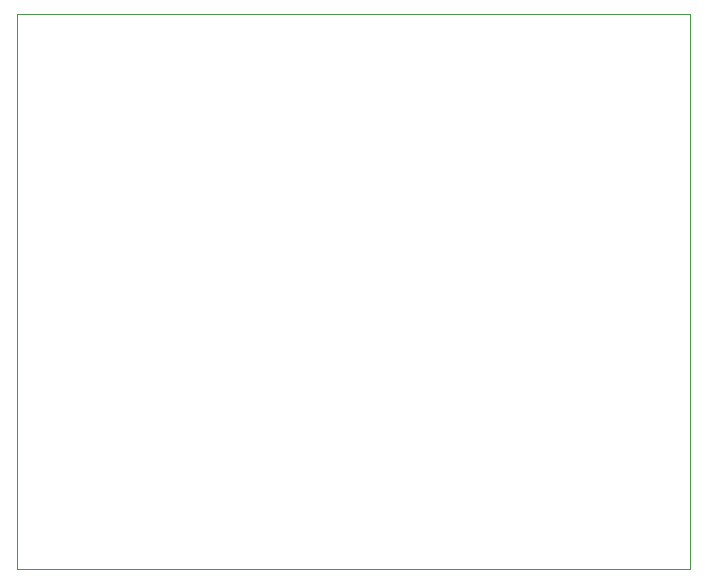
<source format=gbr>
%TF.GenerationSoftware,KiCad,Pcbnew,5.1.6-c6e7f7d~87~ubuntu18.04.1*%
%TF.CreationDate,2022-03-05T00:13:30+01:00*%
%TF.ProjectId,door_ext_photorelay,646f6f72-5f65-4787-945f-70686f746f72,rev?*%
%TF.SameCoordinates,Original*%
%TF.FileFunction,Profile,NP*%
%FSLAX46Y46*%
G04 Gerber Fmt 4.6, Leading zero omitted, Abs format (unit mm)*
G04 Created by KiCad (PCBNEW 5.1.6-c6e7f7d~87~ubuntu18.04.1) date 2022-03-05 00:13:30*
%MOMM*%
%LPD*%
G01*
G04 APERTURE LIST*
%TA.AperFunction,Profile*%
%ADD10C,0.050000*%
%TD*%
G04 APERTURE END LIST*
D10*
X124000000Y-80000000D02*
X124000000Y-33000000D01*
X181000000Y-80000000D02*
X124000000Y-80000000D01*
X181000000Y-33000000D02*
X181000000Y-80000000D01*
X124000000Y-33000000D02*
X181000000Y-33000000D01*
M02*

</source>
